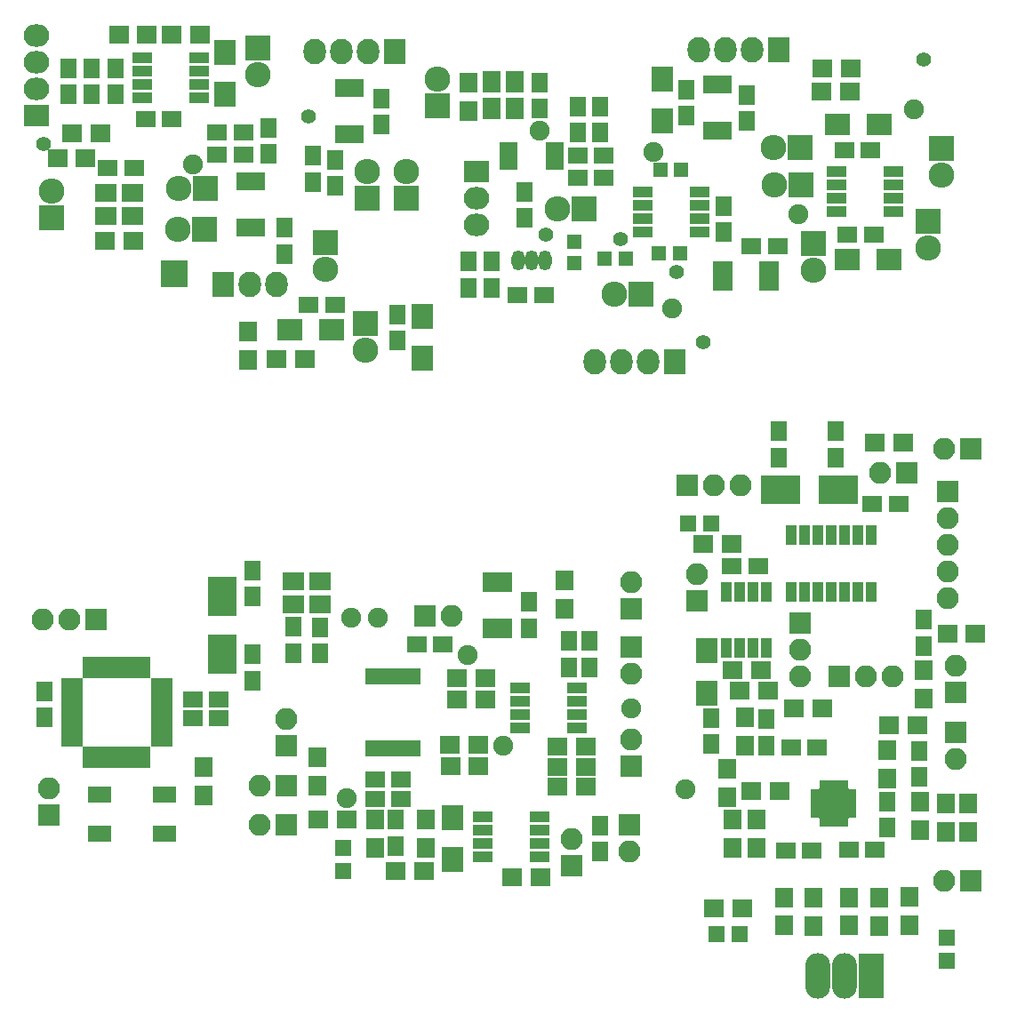
<source format=gbr>
G04 #@! TF.FileFunction,Soldermask,Top*
%FSLAX46Y46*%
G04 Gerber Fmt 4.6, Leading zero omitted, Abs format (unit mm)*
G04 Created by KiCad (PCBNEW 4.0.6) date 05/22/17 17:46:35*
%MOMM*%
%LPD*%
G01*
G04 APERTURE LIST*
%ADD10C,0.100000*%
%ADD11R,2.432000X2.432000*%
%ADD12O,2.432000X2.432000*%
%ADD13R,1.950000X1.000000*%
%ADD14R,1.650000X1.900000*%
%ADD15R,2.000000X1.800000*%
%ADD16R,1.800000X2.000000*%
%ADD17R,1.700000X1.900000*%
%ADD18R,1.900000X1.700000*%
%ADD19R,1.850000X0.850000*%
%ADD20C,1.900000*%
%ADD21R,0.700000X1.800000*%
%ADD22R,1.800000X0.700000*%
%ADD23R,1.400000X1.400000*%
%ADD24O,1.299160X1.901140*%
%ADD25C,1.400000*%
%ADD26R,2.635200X2.635200*%
%ADD27R,2.127200X2.432000*%
%ADD28O,2.127200X2.432000*%
%ADD29R,2.432000X2.127200*%
%ADD30O,2.432000X2.127200*%
%ADD31R,1.900000X1.650000*%
%ADD32R,2.000000X2.400000*%
%ADD33R,2.400000X2.000000*%
%ADD34R,0.800000X1.600000*%
%ADD35R,2.100000X2.100000*%
%ADD36O,2.100000X2.100000*%
%ADD37R,2.200000X1.500000*%
%ADD38R,0.850000X1.850000*%
%ADD39R,2.800000X3.725000*%
%ADD40R,1.600000X1.600000*%
%ADD41R,2.000000X0.950000*%
%ADD42R,0.950000X2.000000*%
%ADD43R,1.000000X1.900000*%
%ADD44R,0.650000X0.900000*%
%ADD45R,0.900000X0.650000*%
%ADD46R,2.900000X2.900000*%
%ADD47R,2.380000X4.360000*%
%ADD48O,2.380000X4.360000*%
%ADD49R,3.725000X2.800000*%
%ADD50R,1.000000X1.950000*%
G04 APERTURE END LIST*
D10*
D11*
X106810000Y-51200000D03*
D12*
X106810000Y-48660000D03*
D13*
X85400000Y-37815000D03*
X85400000Y-39085000D03*
X85400000Y-40355000D03*
X85400000Y-41625000D03*
X90800000Y-41625000D03*
X90800000Y-40355000D03*
X90800000Y-39085000D03*
X90800000Y-37815000D03*
D14*
X140790000Y-54470000D03*
X140790000Y-51970000D03*
D15*
X81934560Y-50673520D03*
X81934560Y-52873520D03*
X84434560Y-50673520D03*
X84434560Y-52873520D03*
D16*
X120910000Y-40150000D03*
X118710000Y-40150000D03*
X120910000Y-42650000D03*
X118710000Y-42650000D03*
D17*
X95440000Y-66580000D03*
X95440000Y-63880000D03*
D18*
X81380000Y-45070000D03*
X78680000Y-45070000D03*
X150070000Y-41060000D03*
X152770000Y-41060000D03*
X77320000Y-47430000D03*
X80020000Y-47430000D03*
X152850000Y-38870000D03*
X150150000Y-38870000D03*
X100870000Y-66560000D03*
X98170000Y-66560000D03*
D13*
X151530000Y-48655000D03*
X151530000Y-49925000D03*
X151530000Y-51195000D03*
X151530000Y-52465000D03*
X156930000Y-52465000D03*
X156930000Y-51195000D03*
X156930000Y-49925000D03*
X156930000Y-48655000D03*
D19*
X145120000Y-59595000D03*
X145120000Y-58945000D03*
X145120000Y-58295000D03*
X145120000Y-57645000D03*
X140720000Y-57645000D03*
X140720000Y-58295000D03*
X140720000Y-58945000D03*
X140720000Y-59595000D03*
D20*
X90250000Y-48030000D03*
X123280000Y-44780000D03*
X134110000Y-46770000D03*
X135860000Y-61700000D03*
X158860000Y-42710000D03*
X147880000Y-52700000D03*
D21*
X104130000Y-45090000D03*
X104630000Y-45090000D03*
X105130000Y-45090000D03*
X105630000Y-45090000D03*
X106130000Y-45090000D03*
X106130000Y-40690000D03*
X105630000Y-40690000D03*
X105130000Y-40690000D03*
X104630000Y-40690000D03*
X104130000Y-40690000D03*
X96742320Y-49573520D03*
X96242320Y-49573520D03*
X95742320Y-49573520D03*
X95242320Y-49573520D03*
X94742320Y-49573520D03*
X94742320Y-53973520D03*
X95242320Y-53973520D03*
X95742320Y-53973520D03*
X96242320Y-53973520D03*
X96742320Y-53973520D03*
X139180000Y-44780000D03*
X139680000Y-44780000D03*
X140180000Y-44780000D03*
X140680000Y-44780000D03*
X141180000Y-44780000D03*
X141180000Y-40380000D03*
X140680000Y-40380000D03*
X140180000Y-40380000D03*
X139680000Y-40380000D03*
X139180000Y-40380000D03*
D22*
X124690000Y-48190000D03*
X124690000Y-47690000D03*
X124690000Y-47190000D03*
X124690000Y-46690000D03*
X124690000Y-46190000D03*
X120290000Y-46190000D03*
X120290000Y-46690000D03*
X120290000Y-47190000D03*
X120290000Y-47690000D03*
X120290000Y-48190000D03*
D23*
X136740000Y-48510000D03*
X134740000Y-48510000D03*
X136610000Y-56470000D03*
X134610000Y-56470000D03*
X126510000Y-55370000D03*
X126510000Y-57370000D03*
D13*
X133070000Y-50615000D03*
X133070000Y-51885000D03*
X133070000Y-53155000D03*
X133070000Y-54425000D03*
X138470000Y-54425000D03*
X138470000Y-53155000D03*
X138470000Y-51885000D03*
X138470000Y-50615000D03*
D24*
X122470000Y-57120000D03*
X123740000Y-57120000D03*
X121200000Y-57120000D03*
D23*
X129450000Y-56980000D03*
X131450000Y-56980000D03*
D25*
X75990000Y-46080000D03*
X159820000Y-38000000D03*
X138860000Y-64900000D03*
X123800000Y-54670000D03*
X130970000Y-55130000D03*
X136320000Y-58280000D03*
X101230000Y-43400000D03*
D26*
X88470300Y-58369900D03*
D27*
X109460000Y-37240000D03*
D28*
X106920000Y-37240000D03*
X104380000Y-37240000D03*
X101840000Y-37240000D03*
D27*
X145990000Y-37080000D03*
D28*
X143450000Y-37080000D03*
X140910000Y-37080000D03*
X138370000Y-37080000D03*
D27*
X93120000Y-59430000D03*
D28*
X95660000Y-59430000D03*
X98200000Y-59430000D03*
D29*
X117220000Y-48680000D03*
D30*
X117220000Y-51220000D03*
X117220000Y-53760000D03*
D18*
X84562500Y-55293960D03*
X81862500Y-55293960D03*
D17*
X116450000Y-42940000D03*
X116450000Y-40240000D03*
D14*
X108150000Y-44200000D03*
X108150000Y-41700000D03*
D31*
X103740000Y-61330000D03*
X101240000Y-61330000D03*
X95020000Y-47080000D03*
X92520000Y-47080000D03*
D14*
X109660000Y-64770000D03*
X109660000Y-62270000D03*
X103760000Y-47560000D03*
X103760000Y-50060000D03*
X101650000Y-47170000D03*
X101650000Y-49670000D03*
X97420000Y-46980000D03*
X97420000Y-44480000D03*
X98920000Y-54030000D03*
X98920000Y-56530000D03*
X142990000Y-43860000D03*
X142990000Y-41360000D03*
D31*
X155070000Y-54680000D03*
X152570000Y-54680000D03*
X152280000Y-46620000D03*
X154780000Y-46620000D03*
D14*
X129040000Y-44970000D03*
X129040000Y-42470000D03*
X126880000Y-44960000D03*
X126880000Y-42460000D03*
X137190000Y-43360000D03*
X137190000Y-40860000D03*
D32*
X134920000Y-43830000D03*
X134920000Y-39830000D03*
D31*
X126860000Y-47150000D03*
X129360000Y-47150000D03*
X129360000Y-49270000D03*
X126860000Y-49270000D03*
X82137760Y-48339440D03*
X84637760Y-48339440D03*
D14*
X123240000Y-40200000D03*
X123240000Y-42700000D03*
X121830000Y-50580000D03*
X121830000Y-53080000D03*
D31*
X143430000Y-55780000D03*
X145930000Y-55780000D03*
D14*
X78410000Y-41340000D03*
X78410000Y-38840000D03*
X80600000Y-41340000D03*
X80600000Y-38840000D03*
X116490000Y-57220000D03*
X116490000Y-59720000D03*
X118660000Y-57230000D03*
X118660000Y-59730000D03*
D31*
X123630000Y-60450000D03*
X121130000Y-60450000D03*
D11*
X110550000Y-51230000D03*
D12*
X110550000Y-48690000D03*
D11*
X148090000Y-46390000D03*
D12*
X145550000Y-46390000D03*
D11*
X148110000Y-49970000D03*
D12*
X145570000Y-49970000D03*
D11*
X132860000Y-60320000D03*
D12*
X130320000Y-60320000D03*
D11*
X102820000Y-55430000D03*
D12*
X102820000Y-57970000D03*
D11*
X161500000Y-46470000D03*
D12*
X161500000Y-49010000D03*
D11*
X127460000Y-52220000D03*
D12*
X124920000Y-52220000D03*
D11*
X91292240Y-54191600D03*
D12*
X88752240Y-54191600D03*
D11*
X91373520Y-50290160D03*
D12*
X88833520Y-50290160D03*
D11*
X149290000Y-55550000D03*
D12*
X149290000Y-58090000D03*
D11*
X106680000Y-63120000D03*
D12*
X106680000Y-65660000D03*
D11*
X160260000Y-53390000D03*
D12*
X160260000Y-55930000D03*
D11*
X76793920Y-53033360D03*
D12*
X76793920Y-50493360D03*
D11*
X113540000Y-42370000D03*
D12*
X113540000Y-39830000D03*
D11*
X96410000Y-36940000D03*
D12*
X96410000Y-39480000D03*
D29*
X75360000Y-43310000D03*
D30*
X75360000Y-40770000D03*
X75360000Y-38230000D03*
X75360000Y-35690000D03*
D14*
X82820000Y-41320000D03*
X82820000Y-38820000D03*
D33*
X99430000Y-63700000D03*
X103430000Y-63700000D03*
D32*
X112060000Y-66490000D03*
X112060000Y-62490000D03*
D31*
X95020000Y-44930000D03*
X92520000Y-44930000D03*
D32*
X93270000Y-41340000D03*
X93270000Y-37340000D03*
D33*
X152530000Y-57040000D03*
X156530000Y-57040000D03*
X151630000Y-44190000D03*
X155630000Y-44190000D03*
D27*
X136100000Y-66810000D03*
D28*
X133560000Y-66810000D03*
X131020000Y-66810000D03*
X128480000Y-66810000D03*
D31*
X88230000Y-43670000D03*
X85730000Y-43670000D03*
D18*
X83160000Y-35640000D03*
X85860000Y-35640000D03*
X88220000Y-35660000D03*
X90920000Y-35660000D03*
D34*
X111549800Y-96745200D03*
X110899800Y-96745200D03*
X110249800Y-96745200D03*
X109599800Y-96745200D03*
X108949800Y-96745200D03*
X108299800Y-96745200D03*
X107649800Y-96745200D03*
X106999800Y-96745200D03*
X106999800Y-103645200D03*
X107649800Y-103645200D03*
X108299800Y-103645200D03*
X108949800Y-103645200D03*
X109599800Y-103645200D03*
X110249800Y-103645200D03*
X110899800Y-103645200D03*
X111549800Y-103645200D03*
D31*
X111555400Y-93730900D03*
X114055400Y-93730900D03*
D14*
X127969200Y-95895300D03*
X127969200Y-93395300D03*
X126026100Y-95895300D03*
X126026100Y-93395300D03*
X122266900Y-92186900D03*
X122266900Y-89686900D03*
X76077000Y-100695900D03*
X76077000Y-98195900D03*
D31*
X90206700Y-98925200D03*
X92706700Y-98925200D03*
X90206700Y-100703200D03*
X92706700Y-100703200D03*
D14*
X95882650Y-94684350D03*
X95882650Y-97184350D03*
X95933450Y-89170650D03*
X95933450Y-86670650D03*
X129010600Y-110972100D03*
X129010600Y-113472100D03*
X109554200Y-110426000D03*
X109554200Y-112926000D03*
X99813300Y-94561800D03*
X99813300Y-92061800D03*
D31*
X110042200Y-106596000D03*
X107542200Y-106596000D03*
D35*
X131944300Y-105351400D03*
D36*
X131944300Y-102811400D03*
D35*
X131944300Y-90301900D03*
D36*
X131944300Y-87761900D03*
D35*
X99102100Y-110901300D03*
D36*
X96562100Y-110901300D03*
D35*
X99076700Y-107180200D03*
D36*
X96536700Y-107180200D03*
D35*
X131779200Y-110939400D03*
D36*
X131779200Y-113479400D03*
D18*
X124955500Y-105364100D03*
X127655500Y-105364100D03*
X127617400Y-103471800D03*
X124917400Y-103471800D03*
X104897100Y-110418700D03*
X102197100Y-110418700D03*
D17*
X102112000Y-104458600D03*
X102112000Y-107158600D03*
D18*
X118079700Y-96931300D03*
X115379700Y-96931300D03*
X115379700Y-98925200D03*
X118079700Y-98925200D03*
X124942800Y-107269100D03*
X127642800Y-107269100D03*
X114744700Y-105275200D03*
X117444700Y-105275200D03*
X117432000Y-103319400D03*
X114732000Y-103319400D03*
D17*
X125645100Y-90293000D03*
X125645100Y-87593000D03*
X91266200Y-105373000D03*
X91266200Y-108073000D03*
D37*
X87508200Y-108060700D03*
X81308200Y-108060700D03*
X81308200Y-111760700D03*
X87508200Y-111760700D03*
D13*
X121408400Y-97833000D03*
X121408400Y-99103000D03*
X121408400Y-100373000D03*
X121408400Y-101643000D03*
X126808400Y-101643000D03*
X126808400Y-100373000D03*
X126808400Y-99103000D03*
X126808400Y-97833000D03*
D38*
X118262950Y-92190750D03*
X118912950Y-92190750D03*
X119562950Y-92190750D03*
X120212950Y-92190750D03*
X120212950Y-87790750D03*
X119562950Y-87790750D03*
X118912950Y-87790750D03*
X118262950Y-87790750D03*
D15*
X102320600Y-87741400D03*
X99820600Y-87741400D03*
X102320600Y-89941400D03*
X99820600Y-89941400D03*
D20*
X116348700Y-94721500D03*
X107839700Y-91165500D03*
X131944300Y-99814200D03*
X105312400Y-91152800D03*
X119739600Y-103370200D03*
X104893300Y-108374000D03*
D39*
X93050550Y-94670950D03*
X93050550Y-89145950D03*
D31*
X107554900Y-108424800D03*
X110054900Y-108424800D03*
D35*
X99089400Y-103344800D03*
D36*
X99089400Y-100804800D03*
D14*
X102302500Y-92087200D03*
X102302500Y-94587200D03*
D17*
X107560300Y-110427600D03*
X107560300Y-113127600D03*
D13*
X123239700Y-113987400D03*
X123239700Y-112717400D03*
X123239700Y-111447400D03*
X123239700Y-110177400D03*
X117839700Y-110177400D03*
X117839700Y-111447400D03*
X117839700Y-112717400D03*
X117839700Y-113987400D03*
D35*
X80966500Y-91330600D03*
D36*
X78426500Y-91330600D03*
X75886500Y-91330600D03*
D35*
X76534200Y-109986900D03*
D36*
X76534200Y-107446900D03*
D40*
X104563100Y-113128700D03*
X104563100Y-115328700D03*
D41*
X87223100Y-102995200D03*
X87223100Y-102195200D03*
X87223100Y-101395200D03*
X87223100Y-100595200D03*
X87223100Y-99795200D03*
X87223100Y-98995200D03*
X87223100Y-98195200D03*
X87223100Y-97395200D03*
D42*
X85773100Y-95945200D03*
X84973100Y-95945200D03*
X84173100Y-95945200D03*
X83373100Y-95945200D03*
X82573100Y-95945200D03*
X81773100Y-95945200D03*
X80973100Y-95945200D03*
X80173100Y-95945200D03*
D41*
X78723100Y-97395200D03*
X78723100Y-98195200D03*
X78723100Y-98995200D03*
X78723100Y-99795200D03*
X78723100Y-100595200D03*
X78723100Y-101395200D03*
X78723100Y-102195200D03*
X78723100Y-102995200D03*
D42*
X80173100Y-104445200D03*
X80973100Y-104445200D03*
X81773100Y-104445200D03*
X82573100Y-104445200D03*
X83373100Y-104445200D03*
X84173100Y-104445200D03*
X84973100Y-104445200D03*
X85773100Y-104445200D03*
D35*
X112348200Y-91000400D03*
D36*
X114888200Y-91000400D03*
D35*
X131944300Y-93997600D03*
D36*
X131944300Y-96537600D03*
D32*
X114964400Y-114184000D03*
X114964400Y-110184000D03*
D18*
X120599400Y-115892400D03*
X123299400Y-115892400D03*
X109563100Y-115320900D03*
X112263100Y-115320900D03*
D17*
X112437100Y-113127600D03*
X112437100Y-110427600D03*
D35*
X126267400Y-114825600D03*
D36*
X126267400Y-112285600D03*
D43*
X154793300Y-83285900D03*
X153523300Y-83285900D03*
X152253300Y-83285900D03*
X150983300Y-83285900D03*
X149713300Y-83285900D03*
X148443300Y-83285900D03*
X147173300Y-83285900D03*
X147173300Y-88685900D03*
X148443300Y-88685900D03*
X149713300Y-88685900D03*
X150983300Y-88685900D03*
X152253300Y-88685900D03*
X153523300Y-88685900D03*
X154793300Y-88685900D03*
D18*
X146110300Y-107702900D03*
X143410300Y-107702900D03*
D44*
X150246700Y-110623900D03*
X150746700Y-110623900D03*
X151246700Y-110623900D03*
X151746700Y-110623900D03*
X152246700Y-110623900D03*
D45*
X152996700Y-109873900D03*
D46*
X151246700Y-108873900D03*
D45*
X152996700Y-109373900D03*
X152996700Y-108873900D03*
X152996700Y-108373900D03*
X152996700Y-107873900D03*
D44*
X152246700Y-107123900D03*
X151746700Y-107123900D03*
X151246700Y-107123900D03*
X150746700Y-107123900D03*
X150246700Y-107123900D03*
D45*
X149496700Y-107873900D03*
X149496700Y-108373900D03*
X149496700Y-108873900D03*
X149496700Y-109373900D03*
X149496700Y-109873900D03*
D40*
X162064050Y-121658750D03*
X162064050Y-123858750D03*
D31*
X152705100Y-113265500D03*
X155205100Y-113265500D03*
D14*
X156342700Y-108662700D03*
X156342700Y-111162700D03*
X159416100Y-103836700D03*
X159416100Y-106336700D03*
D31*
X149667900Y-103511900D03*
X147167900Y-103511900D03*
D14*
X144811100Y-103339500D03*
X144811100Y-100839500D03*
X139604100Y-100737900D03*
X139604100Y-103237900D03*
D31*
X146659900Y-113367100D03*
X149159900Y-113367100D03*
D17*
X155555300Y-117833700D03*
X155555300Y-120533700D03*
X146563700Y-117808300D03*
X146563700Y-120508300D03*
X149357700Y-120533700D03*
X149357700Y-117833700D03*
X152710500Y-120508300D03*
X152710500Y-117808300D03*
X158450900Y-120482900D03*
X158450900Y-117782900D03*
X161905300Y-111542100D03*
X161905300Y-108842100D03*
X159492300Y-111415100D03*
X159492300Y-108715100D03*
X156393500Y-106487500D03*
X156393500Y-103787500D03*
D18*
X156542100Y-101454500D03*
X159242100Y-101454500D03*
D17*
X142779100Y-103388700D03*
X142779100Y-100688700D03*
X141610700Y-113116900D03*
X141610700Y-110416900D03*
X143871300Y-110416900D03*
X143871300Y-113116900D03*
X141102700Y-108240100D03*
X141102700Y-105540100D03*
X164077000Y-108905600D03*
X164077000Y-111605600D03*
D47*
X154793300Y-125279700D03*
D48*
X152253300Y-125279700D03*
X149713300Y-125279700D03*
D18*
X139835300Y-118843600D03*
X142535300Y-118843600D03*
D31*
X141555300Y-86303600D03*
X144055300Y-86303600D03*
D14*
X159822500Y-91352600D03*
X159822500Y-93852600D03*
X151465900Y-75894800D03*
X151465900Y-73394800D03*
X145992200Y-75894800D03*
X145992200Y-73394800D03*
D31*
X154940300Y-80347100D03*
X157440300Y-80347100D03*
D40*
X142305300Y-121353600D03*
X140105300Y-121353600D03*
X137345300Y-82233600D03*
X139545300Y-82233600D03*
D35*
X164343700Y-116211900D03*
D36*
X161803700Y-116211900D03*
D35*
X164343700Y-75089300D03*
D36*
X161803700Y-75089300D03*
D35*
X162832400Y-98279500D03*
D36*
X162832400Y-95739500D03*
D35*
X162108500Y-79166000D03*
D36*
X162108500Y-81706000D03*
X162108500Y-84246000D03*
X162108500Y-86786000D03*
X162108500Y-89326000D03*
D18*
X150161600Y-99828900D03*
X147461600Y-99828900D03*
D17*
X159784400Y-96142100D03*
X159784400Y-98842100D03*
D18*
X162066600Y-92716900D03*
X164766600Y-92716900D03*
X141538300Y-84157100D03*
X138838300Y-84157100D03*
X155195900Y-74517800D03*
X157895900Y-74517800D03*
D49*
X151688400Y-78950100D03*
X146163400Y-78950100D03*
D35*
X148095300Y-91683600D03*
D36*
X148095300Y-94223600D03*
X148095300Y-96763600D03*
D50*
X144870300Y-88693600D03*
X143600300Y-88693600D03*
X142330300Y-88693600D03*
X141060300Y-88693600D03*
X141060300Y-94093600D03*
X142330300Y-94093600D03*
X143600300Y-94093600D03*
X144870300Y-94093600D03*
D35*
X158196900Y-77400700D03*
D36*
X155656900Y-77400700D03*
D35*
X138215300Y-89553600D03*
D36*
X138215300Y-87013600D03*
D35*
X162845100Y-102114900D03*
D36*
X162845100Y-104654900D03*
D35*
X137295300Y-78553600D03*
D36*
X139835300Y-78553600D03*
X142375300Y-78553600D03*
D35*
X151821500Y-96768200D03*
D36*
X154361500Y-96768200D03*
X156901500Y-96768200D03*
D18*
X141595300Y-96183600D03*
X144295300Y-96183600D03*
X142315300Y-98143600D03*
X145015300Y-98143600D03*
D20*
X137125300Y-107493600D03*
D32*
X139125300Y-94333600D03*
X139125300Y-98333600D03*
M02*

</source>
